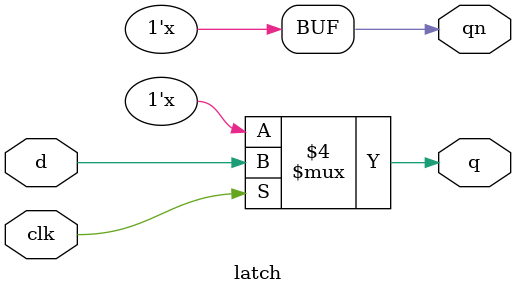
<source format=v>
`timescale 1ns / 1ps
module latch(
input wire d,clk,
output reg q,qn
    );
always@(*) begin
	qn = ~q;
	if(clk) q <= d;
	else q <= q;
end
endmodule

</source>
